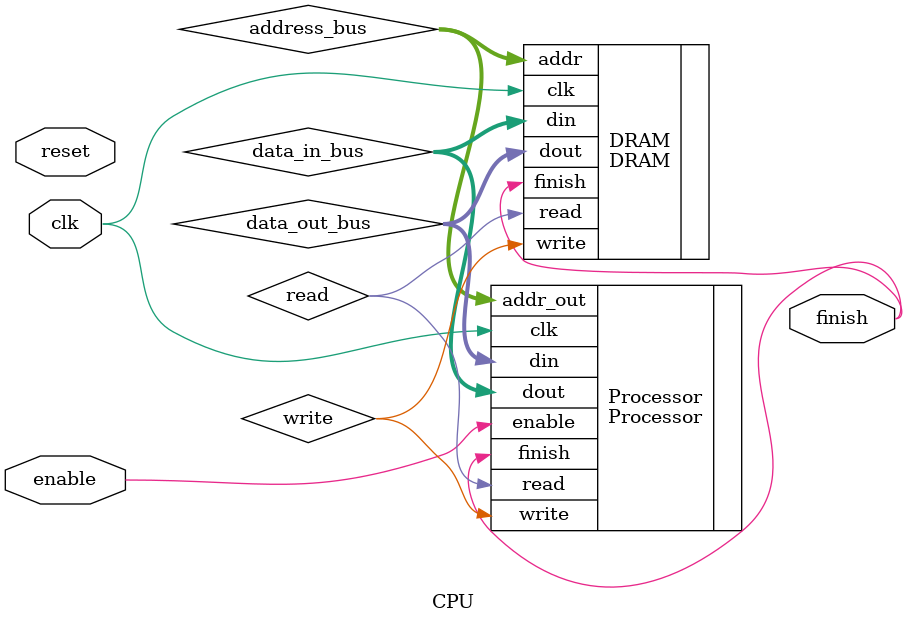
<source format=v>
module CPU(

input clk,
input reset,
input enable,
output finish

);

//define busses

wire [15:0] address_bus;
wire [7:0] data_in_bus;
wire [7:0] data_out_bus;



wire write;
wire read;


wire finish;
wire enable;



DRAM DRAM(

.addr(address_bus),
.din(data_in_bus),
.finish(finish),
.read(read),
.write(write),
.clk(clk),
.dout(data_out_bus)

);



Processor Processor(

.din(data_out_bus),
.enable(enable),
.clk(clk),
.dout(data_in_bus),
.addr_out(address_bus),
.finish(finish),
.write(write),
.read(read)

);


endmodule
</source>
